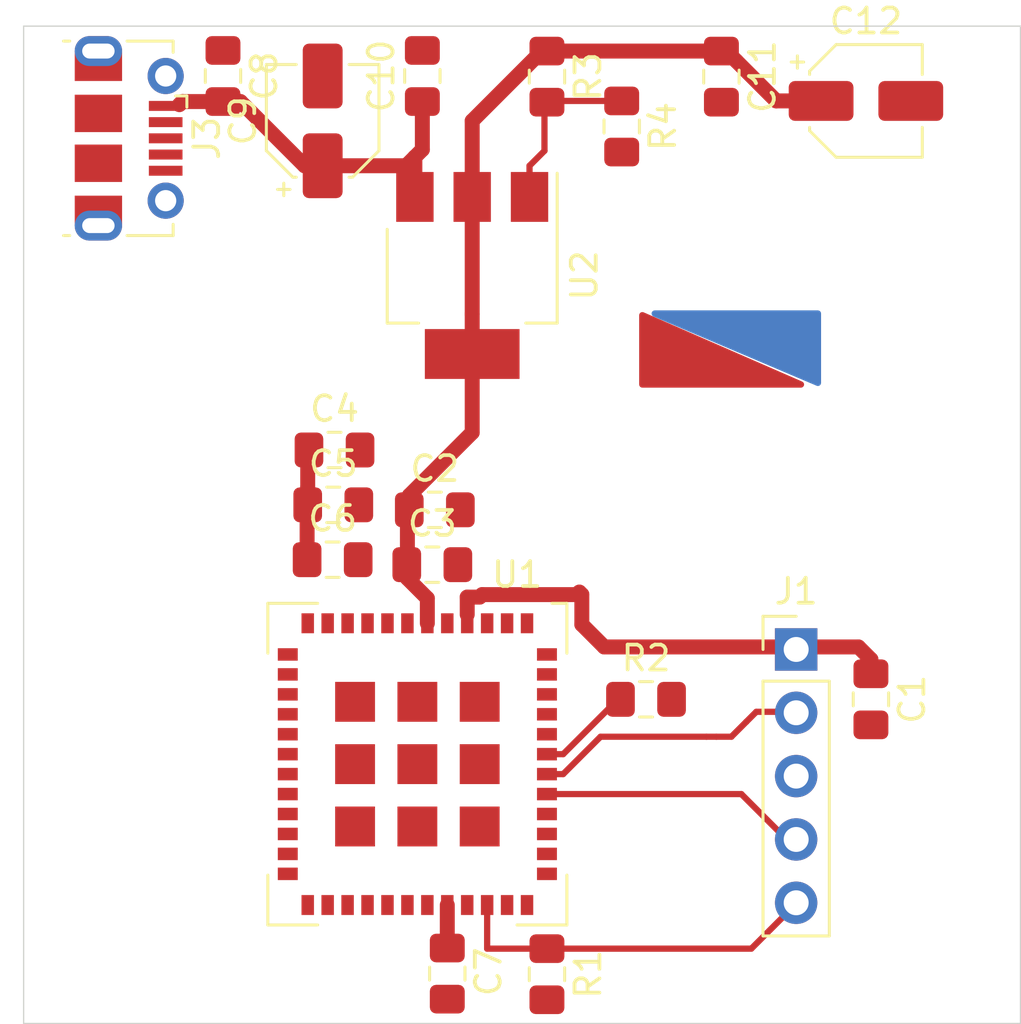
<source format=kicad_pcb>
(kicad_pcb (version 20171130) (host pcbnew "(5.1.5)-3")

  (general
    (thickness 1.6)
    (drawings 4)
    (tracks 64)
    (zones 0)
    (modules 20)
    (nets 47)
  )

  (page A4)
  (layers
    (0 F.Cu signal)
    (31 B.Cu signal)
    (32 B.Adhes user)
    (33 F.Adhes user)
    (34 B.Paste user)
    (35 F.Paste user)
    (36 B.SilkS user)
    (37 F.SilkS user)
    (38 B.Mask user)
    (39 F.Mask user)
    (40 Dwgs.User user)
    (41 Cmts.User user)
    (42 Eco1.User user)
    (43 Eco2.User user)
    (44 Edge.Cuts user)
    (45 Margin user)
    (46 B.CrtYd user)
    (47 F.CrtYd user)
    (48 B.Fab user)
    (49 F.Fab user)
  )

  (setup
    (last_trace_width 0.25)
    (trace_clearance 0.2)
    (zone_clearance 0.508)
    (zone_45_only no)
    (trace_min 0.15)
    (via_size 0.8)
    (via_drill 0.4)
    (via_min_size 0.4)
    (via_min_drill 0.3)
    (uvia_size 0.3)
    (uvia_drill 0.1)
    (uvias_allowed no)
    (uvia_min_size 0.2)
    (uvia_min_drill 0.1)
    (edge_width 0.05)
    (segment_width 0.2)
    (pcb_text_width 0.3)
    (pcb_text_size 1.5 1.5)
    (mod_edge_width 0.12)
    (mod_text_size 1 1)
    (mod_text_width 0.15)
    (pad_size 1.524 1.524)
    (pad_drill 0.762)
    (pad_to_mask_clearance 0.051)
    (solder_mask_min_width 0.25)
    (aux_axis_origin 0 0)
    (visible_elements 7FFFFFFF)
    (pcbplotparams
      (layerselection 0x010fc_ffffffff)
      (usegerberextensions false)
      (usegerberattributes false)
      (usegerberadvancedattributes false)
      (creategerberjobfile false)
      (excludeedgelayer true)
      (linewidth 0.100000)
      (plotframeref false)
      (viasonmask false)
      (mode 1)
      (useauxorigin false)
      (hpglpennumber 1)
      (hpglpenspeed 20)
      (hpglpendiameter 15.000000)
      (psnegative false)
      (psa4output false)
      (plotreference true)
      (plotvalue true)
      (plotinvisibletext false)
      (padsonsilk false)
      (subtractmaskfromsilk false)
      (outputformat 1)
      (mirror false)
      (drillshape 1)
      (scaleselection 1)
      (outputdirectory ""))
  )

  (net 0 "")
  (net 1 GND)
  (net 2 +3V3)
  (net 3 +5V)
  (net 4 "Net-(J1-Pad2)")
  (net 5 "Net-(J1-Pad4)")
  (net 6 "Net-(J1-Pad5)")
  (net 7 "Net-(J3-Pad2)")
  (net 8 "Net-(J3-Pad4)")
  (net 9 "Net-(J3-Pad3)")
  (net 10 "Net-(R2-Pad1)")
  (net 11 "Net-(R3-Pad2)")
  (net 12 "Net-(U1-Pad38)")
  (net 13 "Net-(U1-Pad26)")
  (net 14 "Net-(U1-Pad24)")
  (net 15 "Net-(U1-Pad23)")
  (net 16 "Net-(U1-Pad22)")
  (net 17 "Net-(U1-Pad21)")
  (net 18 "Net-(U1-Pad20)")
  (net 19 "Net-(U1-Pad19)")
  (net 20 "Net-(U1-Pad18)")
  (net 21 "Net-(U1-Pad17)")
  (net 22 "Net-(U1-Pad16)")
  (net 23 "Net-(U1-Pad15)")
  (net 24 "Net-(U1-Pad14)")
  (net 25 "Net-(U1-Pad13)")
  (net 26 "Net-(U1-Pad12)")
  (net 27 "Net-(U1-Pad40)")
  (net 28 "Net-(U1-Pad39)")
  (net 29 "Net-(U1-Pad37)")
  (net 30 "Net-(U1-Pad36)")
  (net 31 "Net-(U1-Pad35)")
  (net 32 "Net-(U1-Pad33)")
  (net 33 "Net-(U1-Pad31)")
  (net 34 "Net-(U1-Pad30)")
  (net 35 "Net-(U1-Pad29)")
  (net 36 "Net-(U1-Pad28)")
  (net 37 "Net-(U1-Pad11)")
  (net 38 "Net-(U1-Pad10)")
  (net 39 "Net-(U1-Pad9)")
  (net 40 "Net-(U1-Pad8)")
  (net 41 "Net-(U1-Pad2)")
  (net 42 "Net-(U1-Pad1)")
  (net 43 "Net-(U1-Pad45)")
  (net 44 "Net-(U1-Pad46)")
  (net 45 "Net-(U1-Pad47)")
  (net 46 "Net-(U1-Pad48)")

  (net_class Default "This is the default net class."
    (clearance 0.2)
    (trace_width 0.25)
    (via_dia 0.8)
    (via_drill 0.4)
    (uvia_dia 0.3)
    (uvia_drill 0.1)
    (add_net "Net-(J1-Pad2)")
    (add_net "Net-(J1-Pad4)")
    (add_net "Net-(J1-Pad5)")
    (add_net "Net-(J3-Pad2)")
    (add_net "Net-(J3-Pad3)")
    (add_net "Net-(J3-Pad4)")
    (add_net "Net-(R2-Pad1)")
    (add_net "Net-(R3-Pad2)")
    (add_net "Net-(U1-Pad1)")
    (add_net "Net-(U1-Pad10)")
    (add_net "Net-(U1-Pad11)")
    (add_net "Net-(U1-Pad12)")
    (add_net "Net-(U1-Pad13)")
    (add_net "Net-(U1-Pad14)")
    (add_net "Net-(U1-Pad15)")
    (add_net "Net-(U1-Pad16)")
    (add_net "Net-(U1-Pad17)")
    (add_net "Net-(U1-Pad18)")
    (add_net "Net-(U1-Pad19)")
    (add_net "Net-(U1-Pad2)")
    (add_net "Net-(U1-Pad20)")
    (add_net "Net-(U1-Pad21)")
    (add_net "Net-(U1-Pad22)")
    (add_net "Net-(U1-Pad23)")
    (add_net "Net-(U1-Pad24)")
    (add_net "Net-(U1-Pad26)")
    (add_net "Net-(U1-Pad28)")
    (add_net "Net-(U1-Pad29)")
    (add_net "Net-(U1-Pad30)")
    (add_net "Net-(U1-Pad31)")
    (add_net "Net-(U1-Pad33)")
    (add_net "Net-(U1-Pad35)")
    (add_net "Net-(U1-Pad36)")
    (add_net "Net-(U1-Pad37)")
    (add_net "Net-(U1-Pad38)")
    (add_net "Net-(U1-Pad39)")
    (add_net "Net-(U1-Pad40)")
    (add_net "Net-(U1-Pad45)")
    (add_net "Net-(U1-Pad46)")
    (add_net "Net-(U1-Pad47)")
    (add_net "Net-(U1-Pad48)")
    (add_net "Net-(U1-Pad8)")
    (add_net "Net-(U1-Pad9)")
  )

  (net_class Power ""
    (clearance 0.2)
    (trace_width 0.6)
    (via_dia 0.8)
    (via_drill 0.4)
    (uvia_dia 0.3)
    (uvia_drill 0.1)
    (add_net +3V3)
    (add_net +5V)
    (add_net GND)
  )

  (module Capacitor_SMD:C_0805_2012Metric_Pad1.15x1.40mm_HandSolder (layer F.Cu) (tedit 5B36C52B) (tstamp 5E2FFABD)
    (at 480 11 270)
    (descr "Capacitor SMD 0805 (2012 Metric), square (rectangular) end terminal, IPC_7351 nominal with elongated pad for handsoldering. (Body size source: https://docs.google.com/spreadsheets/d/1BsfQQcO9C6DZCsRaXUlFlo91Tg2WpOkGARC1WS5S8t0/edit?usp=sharing), generated with kicad-footprint-generator")
    (tags "capacitor handsolder")
    (path /5E324AB8)
    (attr smd)
    (fp_text reference C1 (at 0 -1.65 90) (layer F.SilkS)
      (effects (font (size 1 1) (thickness 0.15)))
    )
    (fp_text value 100nF (at 0 1.65 90) (layer F.Fab)
      (effects (font (size 1 1) (thickness 0.15)))
    )
    (fp_text user %R (at 0 0 90) (layer F.Fab)
      (effects (font (size 0.5 0.5) (thickness 0.08)))
    )
    (fp_line (start 1.85 0.95) (end -1.85 0.95) (layer F.CrtYd) (width 0.05))
    (fp_line (start 1.85 -0.95) (end 1.85 0.95) (layer F.CrtYd) (width 0.05))
    (fp_line (start -1.85 -0.95) (end 1.85 -0.95) (layer F.CrtYd) (width 0.05))
    (fp_line (start -1.85 0.95) (end -1.85 -0.95) (layer F.CrtYd) (width 0.05))
    (fp_line (start -0.261252 0.71) (end 0.261252 0.71) (layer F.SilkS) (width 0.12))
    (fp_line (start -0.261252 -0.71) (end 0.261252 -0.71) (layer F.SilkS) (width 0.12))
    (fp_line (start 1 0.6) (end -1 0.6) (layer F.Fab) (width 0.1))
    (fp_line (start 1 -0.6) (end 1 0.6) (layer F.Fab) (width 0.1))
    (fp_line (start -1 -0.6) (end 1 -0.6) (layer F.Fab) (width 0.1))
    (fp_line (start -1 0.6) (end -1 -0.6) (layer F.Fab) (width 0.1))
    (pad 2 smd roundrect (at 1.025 0 270) (size 1.15 1.4) (layers F.Cu F.Paste F.Mask) (roundrect_rratio 0.217391)
      (net 1 GND))
    (pad 1 smd roundrect (at -1.025 0 270) (size 1.15 1.4) (layers F.Cu F.Paste F.Mask) (roundrect_rratio 0.217391)
      (net 2 +3V3))
    (model ${KISYS3DMOD}/Capacitor_SMD.3dshapes/C_0805_2012Metric.wrl
      (at (xyz 0 0 0))
      (scale (xyz 1 1 1))
      (rotate (xyz 0 0 0))
    )
  )

  (module Capacitor_SMD:C_0805_2012Metric_Pad1.15x1.40mm_HandSolder (layer F.Cu) (tedit 5B36C52B) (tstamp 5E2FFACE)
    (at 462.5 3.4)
    (descr "Capacitor SMD 0805 (2012 Metric), square (rectangular) end terminal, IPC_7351 nominal with elongated pad for handsoldering. (Body size source: https://docs.google.com/spreadsheets/d/1BsfQQcO9C6DZCsRaXUlFlo91Tg2WpOkGARC1WS5S8t0/edit?usp=sharing), generated with kicad-footprint-generator")
    (tags "capacitor handsolder")
    (path /5E2CAED2)
    (attr smd)
    (fp_text reference C2 (at 0 -1.65) (layer F.SilkS)
      (effects (font (size 1 1) (thickness 0.15)))
    )
    (fp_text value 1uF (at 0 1.65) (layer F.Fab)
      (effects (font (size 1 1) (thickness 0.15)))
    )
    (fp_line (start -1 0.6) (end -1 -0.6) (layer F.Fab) (width 0.1))
    (fp_line (start -1 -0.6) (end 1 -0.6) (layer F.Fab) (width 0.1))
    (fp_line (start 1 -0.6) (end 1 0.6) (layer F.Fab) (width 0.1))
    (fp_line (start 1 0.6) (end -1 0.6) (layer F.Fab) (width 0.1))
    (fp_line (start -0.261252 -0.71) (end 0.261252 -0.71) (layer F.SilkS) (width 0.12))
    (fp_line (start -0.261252 0.71) (end 0.261252 0.71) (layer F.SilkS) (width 0.12))
    (fp_line (start -1.85 0.95) (end -1.85 -0.95) (layer F.CrtYd) (width 0.05))
    (fp_line (start -1.85 -0.95) (end 1.85 -0.95) (layer F.CrtYd) (width 0.05))
    (fp_line (start 1.85 -0.95) (end 1.85 0.95) (layer F.CrtYd) (width 0.05))
    (fp_line (start 1.85 0.95) (end -1.85 0.95) (layer F.CrtYd) (width 0.05))
    (fp_text user %R (at 0 0) (layer F.Fab)
      (effects (font (size 0.5 0.5) (thickness 0.08)))
    )
    (pad 1 smd roundrect (at -1.025 0) (size 1.15 1.4) (layers F.Cu F.Paste F.Mask) (roundrect_rratio 0.217391)
      (net 2 +3V3))
    (pad 2 smd roundrect (at 1.025 0) (size 1.15 1.4) (layers F.Cu F.Paste F.Mask) (roundrect_rratio 0.217391)
      (net 1 GND))
    (model ${KISYS3DMOD}/Capacitor_SMD.3dshapes/C_0805_2012Metric.wrl
      (at (xyz 0 0 0))
      (scale (xyz 1 1 1))
      (rotate (xyz 0 0 0))
    )
  )

  (module Capacitor_SMD:C_0805_2012Metric_Pad1.15x1.40mm_HandSolder (layer F.Cu) (tedit 5B36C52B) (tstamp 5E2FFADF)
    (at 462.4 5.6)
    (descr "Capacitor SMD 0805 (2012 Metric), square (rectangular) end terminal, IPC_7351 nominal with elongated pad for handsoldering. (Body size source: https://docs.google.com/spreadsheets/d/1BsfQQcO9C6DZCsRaXUlFlo91Tg2WpOkGARC1WS5S8t0/edit?usp=sharing), generated with kicad-footprint-generator")
    (tags "capacitor handsolder")
    (path /5E2C9042)
    (attr smd)
    (fp_text reference C3 (at 0 -1.65) (layer F.SilkS)
      (effects (font (size 1 1) (thickness 0.15)))
    )
    (fp_text value 0.1uF (at 0 1.65) (layer F.Fab)
      (effects (font (size 1 1) (thickness 0.15)))
    )
    (fp_text user %R (at 0 0) (layer F.Fab)
      (effects (font (size 0.5 0.5) (thickness 0.08)))
    )
    (fp_line (start 1.85 0.95) (end -1.85 0.95) (layer F.CrtYd) (width 0.05))
    (fp_line (start 1.85 -0.95) (end 1.85 0.95) (layer F.CrtYd) (width 0.05))
    (fp_line (start -1.85 -0.95) (end 1.85 -0.95) (layer F.CrtYd) (width 0.05))
    (fp_line (start -1.85 0.95) (end -1.85 -0.95) (layer F.CrtYd) (width 0.05))
    (fp_line (start -0.261252 0.71) (end 0.261252 0.71) (layer F.SilkS) (width 0.12))
    (fp_line (start -0.261252 -0.71) (end 0.261252 -0.71) (layer F.SilkS) (width 0.12))
    (fp_line (start 1 0.6) (end -1 0.6) (layer F.Fab) (width 0.1))
    (fp_line (start 1 -0.6) (end 1 0.6) (layer F.Fab) (width 0.1))
    (fp_line (start -1 -0.6) (end 1 -0.6) (layer F.Fab) (width 0.1))
    (fp_line (start -1 0.6) (end -1 -0.6) (layer F.Fab) (width 0.1))
    (pad 2 smd roundrect (at 1.025 0) (size 1.15 1.4) (layers F.Cu F.Paste F.Mask) (roundrect_rratio 0.217391)
      (net 1 GND))
    (pad 1 smd roundrect (at -1.025 0) (size 1.15 1.4) (layers F.Cu F.Paste F.Mask) (roundrect_rratio 0.217391)
      (net 2 +3V3))
    (model ${KISYS3DMOD}/Capacitor_SMD.3dshapes/C_0805_2012Metric.wrl
      (at (xyz 0 0 0))
      (scale (xyz 1 1 1))
      (rotate (xyz 0 0 0))
    )
  )

  (module Capacitor_SMD:C_0805_2012Metric_Pad1.15x1.40mm_HandSolder (layer F.Cu) (tedit 5B36C52B) (tstamp 5E2FFAF0)
    (at 458.475 1)
    (descr "Capacitor SMD 0805 (2012 Metric), square (rectangular) end terminal, IPC_7351 nominal with elongated pad for handsoldering. (Body size source: https://docs.google.com/spreadsheets/d/1BsfQQcO9C6DZCsRaXUlFlo91Tg2WpOkGARC1WS5S8t0/edit?usp=sharing), generated with kicad-footprint-generator")
    (tags "capacitor handsolder")
    (path /5E2C45DE)
    (attr smd)
    (fp_text reference C4 (at 0 -1.65) (layer F.SilkS)
      (effects (font (size 1 1) (thickness 0.15)))
    )
    (fp_text value 10uF (at 0 1.65) (layer F.Fab)
      (effects (font (size 1 1) (thickness 0.15)))
    )
    (fp_line (start -1 0.6) (end -1 -0.6) (layer F.Fab) (width 0.1))
    (fp_line (start -1 -0.6) (end 1 -0.6) (layer F.Fab) (width 0.1))
    (fp_line (start 1 -0.6) (end 1 0.6) (layer F.Fab) (width 0.1))
    (fp_line (start 1 0.6) (end -1 0.6) (layer F.Fab) (width 0.1))
    (fp_line (start -0.261252 -0.71) (end 0.261252 -0.71) (layer F.SilkS) (width 0.12))
    (fp_line (start -0.261252 0.71) (end 0.261252 0.71) (layer F.SilkS) (width 0.12))
    (fp_line (start -1.85 0.95) (end -1.85 -0.95) (layer F.CrtYd) (width 0.05))
    (fp_line (start -1.85 -0.95) (end 1.85 -0.95) (layer F.CrtYd) (width 0.05))
    (fp_line (start 1.85 -0.95) (end 1.85 0.95) (layer F.CrtYd) (width 0.05))
    (fp_line (start 1.85 0.95) (end -1.85 0.95) (layer F.CrtYd) (width 0.05))
    (fp_text user %R (at 0 0) (layer F.Fab)
      (effects (font (size 0.5 0.5) (thickness 0.08)))
    )
    (pad 1 smd roundrect (at -1.025 0) (size 1.15 1.4) (layers F.Cu F.Paste F.Mask) (roundrect_rratio 0.217391)
      (net 2 +3V3))
    (pad 2 smd roundrect (at 1.025 0) (size 1.15 1.4) (layers F.Cu F.Paste F.Mask) (roundrect_rratio 0.217391)
      (net 1 GND))
    (model ${KISYS3DMOD}/Capacitor_SMD.3dshapes/C_0805_2012Metric.wrl
      (at (xyz 0 0 0))
      (scale (xyz 1 1 1))
      (rotate (xyz 0 0 0))
    )
  )

  (module Capacitor_SMD:C_0805_2012Metric_Pad1.15x1.40mm_HandSolder (layer F.Cu) (tedit 5B36C52B) (tstamp 5E2FFB01)
    (at 458.425 3.2)
    (descr "Capacitor SMD 0805 (2012 Metric), square (rectangular) end terminal, IPC_7351 nominal with elongated pad for handsoldering. (Body size source: https://docs.google.com/spreadsheets/d/1BsfQQcO9C6DZCsRaXUlFlo91Tg2WpOkGARC1WS5S8t0/edit?usp=sharing), generated with kicad-footprint-generator")
    (tags "capacitor handsolder")
    (path /5E2C3D1B)
    (attr smd)
    (fp_text reference C5 (at 0 -1.65) (layer F.SilkS)
      (effects (font (size 1 1) (thickness 0.15)))
    )
    (fp_text value 1uF (at 0 1.65) (layer F.Fab)
      (effects (font (size 1 1) (thickness 0.15)))
    )
    (fp_text user %R (at 0 0) (layer F.Fab)
      (effects (font (size 0.5 0.5) (thickness 0.08)))
    )
    (fp_line (start 1.85 0.95) (end -1.85 0.95) (layer F.CrtYd) (width 0.05))
    (fp_line (start 1.85 -0.95) (end 1.85 0.95) (layer F.CrtYd) (width 0.05))
    (fp_line (start -1.85 -0.95) (end 1.85 -0.95) (layer F.CrtYd) (width 0.05))
    (fp_line (start -1.85 0.95) (end -1.85 -0.95) (layer F.CrtYd) (width 0.05))
    (fp_line (start -0.261252 0.71) (end 0.261252 0.71) (layer F.SilkS) (width 0.12))
    (fp_line (start -0.261252 -0.71) (end 0.261252 -0.71) (layer F.SilkS) (width 0.12))
    (fp_line (start 1 0.6) (end -1 0.6) (layer F.Fab) (width 0.1))
    (fp_line (start 1 -0.6) (end 1 0.6) (layer F.Fab) (width 0.1))
    (fp_line (start -1 -0.6) (end 1 -0.6) (layer F.Fab) (width 0.1))
    (fp_line (start -1 0.6) (end -1 -0.6) (layer F.Fab) (width 0.1))
    (pad 2 smd roundrect (at 1.025 0) (size 1.15 1.4) (layers F.Cu F.Paste F.Mask) (roundrect_rratio 0.217391)
      (net 1 GND))
    (pad 1 smd roundrect (at -1.025 0) (size 1.15 1.4) (layers F.Cu F.Paste F.Mask) (roundrect_rratio 0.217391)
      (net 2 +3V3))
    (model ${KISYS3DMOD}/Capacitor_SMD.3dshapes/C_0805_2012Metric.wrl
      (at (xyz 0 0 0))
      (scale (xyz 1 1 1))
      (rotate (xyz 0 0 0))
    )
  )

  (module Capacitor_SMD:C_0805_2012Metric_Pad1.15x1.40mm_HandSolder (layer F.Cu) (tedit 5B36C52B) (tstamp 5E2FFB12)
    (at 458.4 5.4)
    (descr "Capacitor SMD 0805 (2012 Metric), square (rectangular) end terminal, IPC_7351 nominal with elongated pad for handsoldering. (Body size source: https://docs.google.com/spreadsheets/d/1BsfQQcO9C6DZCsRaXUlFlo91Tg2WpOkGARC1WS5S8t0/edit?usp=sharing), generated with kicad-footprint-generator")
    (tags "capacitor handsolder")
    (path /5E2BB6B6)
    (attr smd)
    (fp_text reference C6 (at 0 -1.65) (layer F.SilkS)
      (effects (font (size 1 1) (thickness 0.15)))
    )
    (fp_text value 0.1uF (at 0 1.65) (layer F.Fab)
      (effects (font (size 1 1) (thickness 0.15)))
    )
    (fp_text user %R (at 0 0) (layer F.Fab)
      (effects (font (size 0.5 0.5) (thickness 0.08)))
    )
    (fp_line (start 1.85 0.95) (end -1.85 0.95) (layer F.CrtYd) (width 0.05))
    (fp_line (start 1.85 -0.95) (end 1.85 0.95) (layer F.CrtYd) (width 0.05))
    (fp_line (start -1.85 -0.95) (end 1.85 -0.95) (layer F.CrtYd) (width 0.05))
    (fp_line (start -1.85 0.95) (end -1.85 -0.95) (layer F.CrtYd) (width 0.05))
    (fp_line (start -0.261252 0.71) (end 0.261252 0.71) (layer F.SilkS) (width 0.12))
    (fp_line (start -0.261252 -0.71) (end 0.261252 -0.71) (layer F.SilkS) (width 0.12))
    (fp_line (start 1 0.6) (end -1 0.6) (layer F.Fab) (width 0.1))
    (fp_line (start 1 -0.6) (end 1 0.6) (layer F.Fab) (width 0.1))
    (fp_line (start -1 -0.6) (end 1 -0.6) (layer F.Fab) (width 0.1))
    (fp_line (start -1 0.6) (end -1 -0.6) (layer F.Fab) (width 0.1))
    (pad 2 smd roundrect (at 1.025 0) (size 1.15 1.4) (layers F.Cu F.Paste F.Mask) (roundrect_rratio 0.217391)
      (net 1 GND))
    (pad 1 smd roundrect (at -1.025 0) (size 1.15 1.4) (layers F.Cu F.Paste F.Mask) (roundrect_rratio 0.217391)
      (net 2 +3V3))
    (model ${KISYS3DMOD}/Capacitor_SMD.3dshapes/C_0805_2012Metric.wrl
      (at (xyz 0 0 0))
      (scale (xyz 1 1 1))
      (rotate (xyz 0 0 0))
    )
  )

  (module Capacitor_SMD:C_0805_2012Metric_Pad1.15x1.40mm_HandSolder (layer F.Cu) (tedit 5B36C52B) (tstamp 5E2FFB23)
    (at 463 22 270)
    (descr "Capacitor SMD 0805 (2012 Metric), square (rectangular) end terminal, IPC_7351 nominal with elongated pad for handsoldering. (Body size source: https://docs.google.com/spreadsheets/d/1BsfQQcO9C6DZCsRaXUlFlo91Tg2WpOkGARC1WS5S8t0/edit?usp=sharing), generated with kicad-footprint-generator")
    (tags "capacitor handsolder")
    (path /5E2CF272)
    (attr smd)
    (fp_text reference C7 (at -0.075001 -1.65 90) (layer F.SilkS)
      (effects (font (size 1 1) (thickness 0.15)))
    )
    (fp_text value 1uF (at 0 1.65 90) (layer F.Fab)
      (effects (font (size 1 1) (thickness 0.15)))
    )
    (fp_line (start -1 0.6) (end -1 -0.6) (layer F.Fab) (width 0.1))
    (fp_line (start -1 -0.6) (end 1 -0.6) (layer F.Fab) (width 0.1))
    (fp_line (start 1 -0.6) (end 1 0.6) (layer F.Fab) (width 0.1))
    (fp_line (start 1 0.6) (end -1 0.6) (layer F.Fab) (width 0.1))
    (fp_line (start -0.261252 -0.71) (end 0.261252 -0.71) (layer F.SilkS) (width 0.12))
    (fp_line (start -0.261252 0.71) (end 0.261252 0.71) (layer F.SilkS) (width 0.12))
    (fp_line (start -1.85 0.95) (end -1.85 -0.95) (layer F.CrtYd) (width 0.05))
    (fp_line (start -1.85 -0.95) (end 1.85 -0.95) (layer F.CrtYd) (width 0.05))
    (fp_line (start 1.85 -0.95) (end 1.85 0.95) (layer F.CrtYd) (width 0.05))
    (fp_line (start 1.85 0.95) (end -1.85 0.95) (layer F.CrtYd) (width 0.05))
    (fp_text user %R (at 0 0 90) (layer F.Fab)
      (effects (font (size 0.5 0.5) (thickness 0.08)))
    )
    (pad 1 smd roundrect (at -1.025 0 270) (size 1.15 1.4) (layers F.Cu F.Paste F.Mask) (roundrect_rratio 0.217391)
      (net 2 +3V3))
    (pad 2 smd roundrect (at 1.025 0 270) (size 1.15 1.4) (layers F.Cu F.Paste F.Mask) (roundrect_rratio 0.217391)
      (net 1 GND))
    (model ${KISYS3DMOD}/Capacitor_SMD.3dshapes/C_0805_2012Metric.wrl
      (at (xyz 0 0 0))
      (scale (xyz 1 1 1))
      (rotate (xyz 0 0 0))
    )
  )

  (module Capacitor_SMD:C_0805_2012Metric_Pad1.15x1.40mm_HandSolder (layer F.Cu) (tedit 5B36C52B) (tstamp 5E2FFB34)
    (at 454 -14 270)
    (descr "Capacitor SMD 0805 (2012 Metric), square (rectangular) end terminal, IPC_7351 nominal with elongated pad for handsoldering. (Body size source: https://docs.google.com/spreadsheets/d/1BsfQQcO9C6DZCsRaXUlFlo91Tg2WpOkGARC1WS5S8t0/edit?usp=sharing), generated with kicad-footprint-generator")
    (tags "capacitor handsolder")
    (path /5E34AECF)
    (attr smd)
    (fp_text reference C8 (at 0 -1.65 90) (layer F.SilkS)
      (effects (font (size 1 1) (thickness 0.15)))
    )
    (fp_text value 100nF (at 0 1.65 90) (layer F.Fab)
      (effects (font (size 1 1) (thickness 0.15)))
    )
    (fp_line (start -1 0.6) (end -1 -0.6) (layer F.Fab) (width 0.1))
    (fp_line (start -1 -0.6) (end 1 -0.6) (layer F.Fab) (width 0.1))
    (fp_line (start 1 -0.6) (end 1 0.6) (layer F.Fab) (width 0.1))
    (fp_line (start 1 0.6) (end -1 0.6) (layer F.Fab) (width 0.1))
    (fp_line (start -0.261252 -0.71) (end 0.261252 -0.71) (layer F.SilkS) (width 0.12))
    (fp_line (start -0.261252 0.71) (end 0.261252 0.71) (layer F.SilkS) (width 0.12))
    (fp_line (start -1.85 0.95) (end -1.85 -0.95) (layer F.CrtYd) (width 0.05))
    (fp_line (start -1.85 -0.95) (end 1.85 -0.95) (layer F.CrtYd) (width 0.05))
    (fp_line (start 1.85 -0.95) (end 1.85 0.95) (layer F.CrtYd) (width 0.05))
    (fp_line (start 1.85 0.95) (end -1.85 0.95) (layer F.CrtYd) (width 0.05))
    (fp_text user %R (at 0 0 90) (layer F.Fab)
      (effects (font (size 0.5 0.5) (thickness 0.08)))
    )
    (pad 1 smd roundrect (at -1.025 0 270) (size 1.15 1.4) (layers F.Cu F.Paste F.Mask) (roundrect_rratio 0.217391)
      (net 1 GND))
    (pad 2 smd roundrect (at 1.025 0 270) (size 1.15 1.4) (layers F.Cu F.Paste F.Mask) (roundrect_rratio 0.217391)
      (net 3 +5V))
    (model ${KISYS3DMOD}/Capacitor_SMD.3dshapes/C_0805_2012Metric.wrl
      (at (xyz 0 0 0))
      (scale (xyz 1 1 1))
      (rotate (xyz 0 0 0))
    )
  )

  (module Capacitor_SMD:CP_Elec_4x4.5 (layer F.Cu) (tedit 5BCA39CF) (tstamp 5E2FFB5C)
    (at 458 -12.2 90)
    (descr "SMD capacitor, aluminum electrolytic, Nichicon, 4.0x4.5mm")
    (tags "capacitor electrolytic")
    (path /5E34AAD5)
    (attr smd)
    (fp_text reference C9 (at 0 -3.2 90) (layer F.SilkS)
      (effects (font (size 1 1) (thickness 0.15)))
    )
    (fp_text value 10uF (at 0 3.2 90) (layer F.Fab)
      (effects (font (size 1 1) (thickness 0.15)))
    )
    (fp_text user %R (at 0 0 90) (layer F.Fab)
      (effects (font (size 0.8 0.8) (thickness 0.12)))
    )
    (fp_line (start -3.35 1.05) (end -2.4 1.05) (layer F.CrtYd) (width 0.05))
    (fp_line (start -3.35 -1.05) (end -3.35 1.05) (layer F.CrtYd) (width 0.05))
    (fp_line (start -2.4 -1.05) (end -3.35 -1.05) (layer F.CrtYd) (width 0.05))
    (fp_line (start -2.4 1.05) (end -2.4 1.25) (layer F.CrtYd) (width 0.05))
    (fp_line (start -2.4 -1.25) (end -2.4 -1.05) (layer F.CrtYd) (width 0.05))
    (fp_line (start -2.4 -1.25) (end -1.25 -2.4) (layer F.CrtYd) (width 0.05))
    (fp_line (start -2.4 1.25) (end -1.25 2.4) (layer F.CrtYd) (width 0.05))
    (fp_line (start -1.25 -2.4) (end 2.4 -2.4) (layer F.CrtYd) (width 0.05))
    (fp_line (start -1.25 2.4) (end 2.4 2.4) (layer F.CrtYd) (width 0.05))
    (fp_line (start 2.4 1.05) (end 2.4 2.4) (layer F.CrtYd) (width 0.05))
    (fp_line (start 3.35 1.05) (end 2.4 1.05) (layer F.CrtYd) (width 0.05))
    (fp_line (start 3.35 -1.05) (end 3.35 1.05) (layer F.CrtYd) (width 0.05))
    (fp_line (start 2.4 -1.05) (end 3.35 -1.05) (layer F.CrtYd) (width 0.05))
    (fp_line (start 2.4 -2.4) (end 2.4 -1.05) (layer F.CrtYd) (width 0.05))
    (fp_line (start -2.75 -1.81) (end -2.75 -1.31) (layer F.SilkS) (width 0.12))
    (fp_line (start -3 -1.56) (end -2.5 -1.56) (layer F.SilkS) (width 0.12))
    (fp_line (start -2.26 1.195563) (end -1.195563 2.26) (layer F.SilkS) (width 0.12))
    (fp_line (start -2.26 -1.195563) (end -1.195563 -2.26) (layer F.SilkS) (width 0.12))
    (fp_line (start -2.26 -1.195563) (end -2.26 -1.06) (layer F.SilkS) (width 0.12))
    (fp_line (start -2.26 1.195563) (end -2.26 1.06) (layer F.SilkS) (width 0.12))
    (fp_line (start -1.195563 2.26) (end 2.26 2.26) (layer F.SilkS) (width 0.12))
    (fp_line (start -1.195563 -2.26) (end 2.26 -2.26) (layer F.SilkS) (width 0.12))
    (fp_line (start 2.26 -2.26) (end 2.26 -1.06) (layer F.SilkS) (width 0.12))
    (fp_line (start 2.26 2.26) (end 2.26 1.06) (layer F.SilkS) (width 0.12))
    (fp_line (start -1.374773 -1.2) (end -1.374773 -0.8) (layer F.Fab) (width 0.1))
    (fp_line (start -1.574773 -1) (end -1.174773 -1) (layer F.Fab) (width 0.1))
    (fp_line (start -2.15 1.15) (end -1.15 2.15) (layer F.Fab) (width 0.1))
    (fp_line (start -2.15 -1.15) (end -1.15 -2.15) (layer F.Fab) (width 0.1))
    (fp_line (start -2.15 -1.15) (end -2.15 1.15) (layer F.Fab) (width 0.1))
    (fp_line (start -1.15 2.15) (end 2.15 2.15) (layer F.Fab) (width 0.1))
    (fp_line (start -1.15 -2.15) (end 2.15 -2.15) (layer F.Fab) (width 0.1))
    (fp_line (start 2.15 -2.15) (end 2.15 2.15) (layer F.Fab) (width 0.1))
    (fp_circle (center 0 0) (end 2 0) (layer F.Fab) (width 0.1))
    (pad 2 smd roundrect (at 1.8 0 90) (size 2.6 1.6) (layers F.Cu F.Paste F.Mask) (roundrect_rratio 0.15625)
      (net 1 GND))
    (pad 1 smd roundrect (at -1.8 0 90) (size 2.6 1.6) (layers F.Cu F.Paste F.Mask) (roundrect_rratio 0.15625)
      (net 3 +5V))
    (model ${KISYS3DMOD}/Capacitor_SMD.3dshapes/CP_Elec_4x4.5.wrl
      (at (xyz 0 0 0))
      (scale (xyz 1 1 1))
      (rotate (xyz 0 0 0))
    )
  )

  (module Capacitor_SMD:C_0805_2012Metric_Pad1.15x1.40mm_HandSolder (layer F.Cu) (tedit 5B36C52B) (tstamp 5E2FFB6D)
    (at 462 -14 90)
    (descr "Capacitor SMD 0805 (2012 Metric), square (rectangular) end terminal, IPC_7351 nominal with elongated pad for handsoldering. (Body size source: https://docs.google.com/spreadsheets/d/1BsfQQcO9C6DZCsRaXUlFlo91Tg2WpOkGARC1WS5S8t0/edit?usp=sharing), generated with kicad-footprint-generator")
    (tags "capacitor handsolder")
    (path /5E349EA6)
    (attr smd)
    (fp_text reference C10 (at 0 -1.65 90) (layer F.SilkS)
      (effects (font (size 1 1) (thickness 0.15)))
    )
    (fp_text value 100nF (at 0 1.65 90) (layer F.Fab)
      (effects (font (size 1 1) (thickness 0.15)))
    )
    (fp_text user %R (at 0 0 90) (layer F.Fab)
      (effects (font (size 0.5 0.5) (thickness 0.08)))
    )
    (fp_line (start 1.85 0.95) (end -1.85 0.95) (layer F.CrtYd) (width 0.05))
    (fp_line (start 1.85 -0.95) (end 1.85 0.95) (layer F.CrtYd) (width 0.05))
    (fp_line (start -1.85 -0.95) (end 1.85 -0.95) (layer F.CrtYd) (width 0.05))
    (fp_line (start -1.85 0.95) (end -1.85 -0.95) (layer F.CrtYd) (width 0.05))
    (fp_line (start -0.261252 0.71) (end 0.261252 0.71) (layer F.SilkS) (width 0.12))
    (fp_line (start -0.261252 -0.71) (end 0.261252 -0.71) (layer F.SilkS) (width 0.12))
    (fp_line (start 1 0.6) (end -1 0.6) (layer F.Fab) (width 0.1))
    (fp_line (start 1 -0.6) (end 1 0.6) (layer F.Fab) (width 0.1))
    (fp_line (start -1 -0.6) (end 1 -0.6) (layer F.Fab) (width 0.1))
    (fp_line (start -1 0.6) (end -1 -0.6) (layer F.Fab) (width 0.1))
    (pad 2 smd roundrect (at 1.025 0 90) (size 1.15 1.4) (layers F.Cu F.Paste F.Mask) (roundrect_rratio 0.217391)
      (net 1 GND))
    (pad 1 smd roundrect (at -1.025 0 90) (size 1.15 1.4) (layers F.Cu F.Paste F.Mask) (roundrect_rratio 0.217391)
      (net 3 +5V))
    (model ${KISYS3DMOD}/Capacitor_SMD.3dshapes/C_0805_2012Metric.wrl
      (at (xyz 0 0 0))
      (scale (xyz 1 1 1))
      (rotate (xyz 0 0 0))
    )
  )

  (module Capacitor_SMD:C_0805_2012Metric_Pad1.15x1.40mm_HandSolder (layer F.Cu) (tedit 5B36C52B) (tstamp 5E2FFB7E)
    (at 474 -13.975 270)
    (descr "Capacitor SMD 0805 (2012 Metric), square (rectangular) end terminal, IPC_7351 nominal with elongated pad for handsoldering. (Body size source: https://docs.google.com/spreadsheets/d/1BsfQQcO9C6DZCsRaXUlFlo91Tg2WpOkGARC1WS5S8t0/edit?usp=sharing), generated with kicad-footprint-generator")
    (tags "capacitor handsolder")
    (path /5E348D4F)
    (attr smd)
    (fp_text reference C11 (at 0 -1.65 90) (layer F.SilkS)
      (effects (font (size 1 1) (thickness 0.15)))
    )
    (fp_text value 100nF (at 0 1.65 90) (layer F.Fab)
      (effects (font (size 1 1) (thickness 0.15)))
    )
    (fp_line (start -1 0.6) (end -1 -0.6) (layer F.Fab) (width 0.1))
    (fp_line (start -1 -0.6) (end 1 -0.6) (layer F.Fab) (width 0.1))
    (fp_line (start 1 -0.6) (end 1 0.6) (layer F.Fab) (width 0.1))
    (fp_line (start 1 0.6) (end -1 0.6) (layer F.Fab) (width 0.1))
    (fp_line (start -0.261252 -0.71) (end 0.261252 -0.71) (layer F.SilkS) (width 0.12))
    (fp_line (start -0.261252 0.71) (end 0.261252 0.71) (layer F.SilkS) (width 0.12))
    (fp_line (start -1.85 0.95) (end -1.85 -0.95) (layer F.CrtYd) (width 0.05))
    (fp_line (start -1.85 -0.95) (end 1.85 -0.95) (layer F.CrtYd) (width 0.05))
    (fp_line (start 1.85 -0.95) (end 1.85 0.95) (layer F.CrtYd) (width 0.05))
    (fp_line (start 1.85 0.95) (end -1.85 0.95) (layer F.CrtYd) (width 0.05))
    (fp_text user %R (at 0 0 90) (layer F.Fab)
      (effects (font (size 0.5 0.5) (thickness 0.08)))
    )
    (pad 1 smd roundrect (at -1.025 0 270) (size 1.15 1.4) (layers F.Cu F.Paste F.Mask) (roundrect_rratio 0.217391)
      (net 2 +3V3))
    (pad 2 smd roundrect (at 1.025 0 270) (size 1.15 1.4) (layers F.Cu F.Paste F.Mask) (roundrect_rratio 0.217391)
      (net 1 GND))
    (model ${KISYS3DMOD}/Capacitor_SMD.3dshapes/C_0805_2012Metric.wrl
      (at (xyz 0 0 0))
      (scale (xyz 1 1 1))
      (rotate (xyz 0 0 0))
    )
  )

  (module Capacitor_SMD:CP_Elec_4x4.5 (layer F.Cu) (tedit 5BCA39CF) (tstamp 5E2FFBA6)
    (at 479.8 -13)
    (descr "SMD capacitor, aluminum electrolytic, Nichicon, 4.0x4.5mm")
    (tags "capacitor electrolytic")
    (path /5E349B34)
    (attr smd)
    (fp_text reference C12 (at 0 -3.2) (layer F.SilkS)
      (effects (font (size 1 1) (thickness 0.15)))
    )
    (fp_text value 10uF (at 0 3.2) (layer F.Fab)
      (effects (font (size 1 1) (thickness 0.15)))
    )
    (fp_circle (center 0 0) (end 2 0) (layer F.Fab) (width 0.1))
    (fp_line (start 2.15 -2.15) (end 2.15 2.15) (layer F.Fab) (width 0.1))
    (fp_line (start -1.15 -2.15) (end 2.15 -2.15) (layer F.Fab) (width 0.1))
    (fp_line (start -1.15 2.15) (end 2.15 2.15) (layer F.Fab) (width 0.1))
    (fp_line (start -2.15 -1.15) (end -2.15 1.15) (layer F.Fab) (width 0.1))
    (fp_line (start -2.15 -1.15) (end -1.15 -2.15) (layer F.Fab) (width 0.1))
    (fp_line (start -2.15 1.15) (end -1.15 2.15) (layer F.Fab) (width 0.1))
    (fp_line (start -1.574773 -1) (end -1.174773 -1) (layer F.Fab) (width 0.1))
    (fp_line (start -1.374773 -1.2) (end -1.374773 -0.8) (layer F.Fab) (width 0.1))
    (fp_line (start 2.26 2.26) (end 2.26 1.06) (layer F.SilkS) (width 0.12))
    (fp_line (start 2.26 -2.26) (end 2.26 -1.06) (layer F.SilkS) (width 0.12))
    (fp_line (start -1.195563 -2.26) (end 2.26 -2.26) (layer F.SilkS) (width 0.12))
    (fp_line (start -1.195563 2.26) (end 2.26 2.26) (layer F.SilkS) (width 0.12))
    (fp_line (start -2.26 1.195563) (end -2.26 1.06) (layer F.SilkS) (width 0.12))
    (fp_line (start -2.26 -1.195563) (end -2.26 -1.06) (layer F.SilkS) (width 0.12))
    (fp_line (start -2.26 -1.195563) (end -1.195563 -2.26) (layer F.SilkS) (width 0.12))
    (fp_line (start -2.26 1.195563) (end -1.195563 2.26) (layer F.SilkS) (width 0.12))
    (fp_line (start -3 -1.56) (end -2.5 -1.56) (layer F.SilkS) (width 0.12))
    (fp_line (start -2.75 -1.81) (end -2.75 -1.31) (layer F.SilkS) (width 0.12))
    (fp_line (start 2.4 -2.4) (end 2.4 -1.05) (layer F.CrtYd) (width 0.05))
    (fp_line (start 2.4 -1.05) (end 3.35 -1.05) (layer F.CrtYd) (width 0.05))
    (fp_line (start 3.35 -1.05) (end 3.35 1.05) (layer F.CrtYd) (width 0.05))
    (fp_line (start 3.35 1.05) (end 2.4 1.05) (layer F.CrtYd) (width 0.05))
    (fp_line (start 2.4 1.05) (end 2.4 2.4) (layer F.CrtYd) (width 0.05))
    (fp_line (start -1.25 2.4) (end 2.4 2.4) (layer F.CrtYd) (width 0.05))
    (fp_line (start -1.25 -2.4) (end 2.4 -2.4) (layer F.CrtYd) (width 0.05))
    (fp_line (start -2.4 1.25) (end -1.25 2.4) (layer F.CrtYd) (width 0.05))
    (fp_line (start -2.4 -1.25) (end -1.25 -2.4) (layer F.CrtYd) (width 0.05))
    (fp_line (start -2.4 -1.25) (end -2.4 -1.05) (layer F.CrtYd) (width 0.05))
    (fp_line (start -2.4 1.05) (end -2.4 1.25) (layer F.CrtYd) (width 0.05))
    (fp_line (start -2.4 -1.05) (end -3.35 -1.05) (layer F.CrtYd) (width 0.05))
    (fp_line (start -3.35 -1.05) (end -3.35 1.05) (layer F.CrtYd) (width 0.05))
    (fp_line (start -3.35 1.05) (end -2.4 1.05) (layer F.CrtYd) (width 0.05))
    (fp_text user %R (at 0 0) (layer F.Fab)
      (effects (font (size 0.8 0.8) (thickness 0.12)))
    )
    (pad 1 smd roundrect (at -1.8 0) (size 2.6 1.6) (layers F.Cu F.Paste F.Mask) (roundrect_rratio 0.15625)
      (net 2 +3V3))
    (pad 2 smd roundrect (at 1.8 0) (size 2.6 1.6) (layers F.Cu F.Paste F.Mask) (roundrect_rratio 0.15625)
      (net 1 GND))
    (model ${KISYS3DMOD}/Capacitor_SMD.3dshapes/CP_Elec_4x4.5.wrl
      (at (xyz 0 0 0))
      (scale (xyz 1 1 1))
      (rotate (xyz 0 0 0))
    )
  )

  (module Connector_PinHeader_2.54mm:PinHeader_1x05_P2.54mm_Vertical (layer F.Cu) (tedit 59FED5CC) (tstamp 5E2FFBBF)
    (at 477 9)
    (descr "Through hole straight pin header, 1x05, 2.54mm pitch, single row")
    (tags "Through hole pin header THT 1x05 2.54mm single row")
    (path /5E2FC0FF)
    (fp_text reference J1 (at 0 -2.33) (layer F.SilkS)
      (effects (font (size 1 1) (thickness 0.15)))
    )
    (fp_text value Conn_01x05_Male (at 0 12.49) (layer F.Fab)
      (effects (font (size 1 1) (thickness 0.15)))
    )
    (fp_line (start -0.635 -1.27) (end 1.27 -1.27) (layer F.Fab) (width 0.1))
    (fp_line (start 1.27 -1.27) (end 1.27 11.43) (layer F.Fab) (width 0.1))
    (fp_line (start 1.27 11.43) (end -1.27 11.43) (layer F.Fab) (width 0.1))
    (fp_line (start -1.27 11.43) (end -1.27 -0.635) (layer F.Fab) (width 0.1))
    (fp_line (start -1.27 -0.635) (end -0.635 -1.27) (layer F.Fab) (width 0.1))
    (fp_line (start -1.33 11.49) (end 1.33 11.49) (layer F.SilkS) (width 0.12))
    (fp_line (start -1.33 1.27) (end -1.33 11.49) (layer F.SilkS) (width 0.12))
    (fp_line (start 1.33 1.27) (end 1.33 11.49) (layer F.SilkS) (width 0.12))
    (fp_line (start -1.33 1.27) (end 1.33 1.27) (layer F.SilkS) (width 0.12))
    (fp_line (start -1.33 0) (end -1.33 -1.33) (layer F.SilkS) (width 0.12))
    (fp_line (start -1.33 -1.33) (end 0 -1.33) (layer F.SilkS) (width 0.12))
    (fp_line (start -1.8 -1.8) (end -1.8 11.95) (layer F.CrtYd) (width 0.05))
    (fp_line (start -1.8 11.95) (end 1.8 11.95) (layer F.CrtYd) (width 0.05))
    (fp_line (start 1.8 11.95) (end 1.8 -1.8) (layer F.CrtYd) (width 0.05))
    (fp_line (start 1.8 -1.8) (end -1.8 -1.8) (layer F.CrtYd) (width 0.05))
    (fp_text user %R (at 0 5.08 90) (layer F.Fab)
      (effects (font (size 1 1) (thickness 0.15)))
    )
    (pad 1 thru_hole rect (at 0 0) (size 1.7 1.7) (drill 1) (layers *.Cu *.Mask)
      (net 2 +3V3))
    (pad 2 thru_hole oval (at 0 2.54) (size 1.7 1.7) (drill 1) (layers *.Cu *.Mask)
      (net 4 "Net-(J1-Pad2)"))
    (pad 3 thru_hole oval (at 0 5.08) (size 1.7 1.7) (drill 1) (layers *.Cu *.Mask)
      (net 1 GND))
    (pad 4 thru_hole oval (at 0 7.62) (size 1.7 1.7) (drill 1) (layers *.Cu *.Mask)
      (net 5 "Net-(J1-Pad4)"))
    (pad 5 thru_hole oval (at 0 10.16) (size 1.7 1.7) (drill 1) (layers *.Cu *.Mask)
      (net 6 "Net-(J1-Pad5)"))
    (model ${KISYS3DMOD}/Connector_PinHeader_2.54mm.3dshapes/PinHeader_1x05_P2.54mm_Vertical.wrl
      (at (xyz 0 0 0))
      (scale (xyz 1 1 1))
      (rotate (xyz 0 0 0))
    )
  )

  (module Connector_USB:USB_Micro-B_Molex-105017-0001 (layer F.Cu) (tedit 5A1DC0BE) (tstamp 5E2FFBE8)
    (at 450.2375 -11.5 270)
    (descr http://www.molex.com/pdm_docs/sd/1050170001_sd.pdf)
    (tags "Micro-USB SMD Typ-B")
    (path /5E383C06)
    (attr smd)
    (fp_text reference J3 (at 0 -3.1125 90) (layer F.SilkS)
      (effects (font (size 1 1) (thickness 0.15)))
    )
    (fp_text value USB_OTG (at 0.3 4.3375 90) (layer F.Fab)
      (effects (font (size 1 1) (thickness 0.15)))
    )
    (fp_text user "PCB Edge" (at 0 2.6875 90) (layer Dwgs.User)
      (effects (font (size 0.5 0.5) (thickness 0.08)))
    )
    (fp_text user %R (at 0 0.8875 90) (layer F.Fab)
      (effects (font (size 1 1) (thickness 0.15)))
    )
    (fp_line (start -4.4 3.64) (end 4.4 3.64) (layer F.CrtYd) (width 0.05))
    (fp_line (start 4.4 -2.46) (end 4.4 3.64) (layer F.CrtYd) (width 0.05))
    (fp_line (start -4.4 -2.46) (end 4.4 -2.46) (layer F.CrtYd) (width 0.05))
    (fp_line (start -4.4 3.64) (end -4.4 -2.46) (layer F.CrtYd) (width 0.05))
    (fp_line (start -3.9 -1.7625) (end -3.45 -1.7625) (layer F.SilkS) (width 0.12))
    (fp_line (start -3.9 0.0875) (end -3.9 -1.7625) (layer F.SilkS) (width 0.12))
    (fp_line (start 3.9 2.6375) (end 3.9 2.3875) (layer F.SilkS) (width 0.12))
    (fp_line (start 3.75 3.3875) (end 3.75 -1.6125) (layer F.Fab) (width 0.1))
    (fp_line (start -3 2.689204) (end 3 2.689204) (layer F.Fab) (width 0.1))
    (fp_line (start -3.75 3.389204) (end 3.75 3.389204) (layer F.Fab) (width 0.1))
    (fp_line (start -3.75 -1.6125) (end 3.75 -1.6125) (layer F.Fab) (width 0.1))
    (fp_line (start -3.75 3.3875) (end -3.75 -1.6125) (layer F.Fab) (width 0.1))
    (fp_line (start -3.9 2.6375) (end -3.9 2.3875) (layer F.SilkS) (width 0.12))
    (fp_line (start 3.9 0.0875) (end 3.9 -1.7625) (layer F.SilkS) (width 0.12))
    (fp_line (start 3.9 -1.7625) (end 3.45 -1.7625) (layer F.SilkS) (width 0.12))
    (fp_line (start -1.7 -2.3125) (end -1.25 -2.3125) (layer F.SilkS) (width 0.12))
    (fp_line (start -1.7 -2.3125) (end -1.7 -1.8625) (layer F.SilkS) (width 0.12))
    (fp_line (start -1.3 -1.7125) (end -1.5 -1.9125) (layer F.Fab) (width 0.1))
    (fp_line (start -1.1 -1.9125) (end -1.3 -1.7125) (layer F.Fab) (width 0.1))
    (fp_line (start -1.5 -2.1225) (end -1.1 -2.1225) (layer F.Fab) (width 0.1))
    (fp_line (start -1.5 -2.1225) (end -1.5 -1.9125) (layer F.Fab) (width 0.1))
    (fp_line (start -1.1 -2.1225) (end -1.1 -1.9125) (layer F.Fab) (width 0.1))
    (pad 6 smd rect (at 1 1.2375 270) (size 1.5 1.9) (layers F.Cu F.Paste F.Mask)
      (net 1 GND))
    (pad 6 thru_hole circle (at -2.5 -1.4625 270) (size 1.45 1.45) (drill 0.85) (layers *.Cu *.Mask)
      (net 1 GND))
    (pad 2 smd rect (at -0.65 -1.4625 270) (size 0.4 1.35) (layers F.Cu F.Paste F.Mask)
      (net 7 "Net-(J3-Pad2)"))
    (pad 1 smd rect (at -1.3 -1.4625 270) (size 0.4 1.35) (layers F.Cu F.Paste F.Mask)
      (net 3 +5V))
    (pad 5 smd rect (at 1.3 -1.4625 270) (size 0.4 1.35) (layers F.Cu F.Paste F.Mask)
      (net 1 GND))
    (pad 4 smd rect (at 0.65 -1.4625 270) (size 0.4 1.35) (layers F.Cu F.Paste F.Mask)
      (net 8 "Net-(J3-Pad4)"))
    (pad 3 smd rect (at 0 -1.4625 270) (size 0.4 1.35) (layers F.Cu F.Paste F.Mask)
      (net 9 "Net-(J3-Pad3)"))
    (pad 6 thru_hole circle (at 2.5 -1.4625 270) (size 1.45 1.45) (drill 0.85) (layers *.Cu *.Mask)
      (net 1 GND))
    (pad 6 smd rect (at -1 1.2375 270) (size 1.5 1.9) (layers F.Cu F.Paste F.Mask)
      (net 1 GND))
    (pad 6 thru_hole oval (at -3.5 1.2375 90) (size 1.2 1.9) (drill oval 0.6 1.3) (layers *.Cu *.Mask)
      (net 1 GND))
    (pad 6 thru_hole oval (at 3.5 1.2375 270) (size 1.2 1.9) (drill oval 0.6 1.3) (layers *.Cu *.Mask)
      (net 1 GND))
    (pad 6 smd rect (at 2.9 1.2375 270) (size 1.2 1.9) (layers F.Cu F.Mask)
      (net 1 GND))
    (pad 6 smd rect (at -2.9 1.2375 270) (size 1.2 1.9) (layers F.Cu F.Mask)
      (net 1 GND))
    (model ${KISYS3DMOD}/Connector_USB.3dshapes/USB_Micro-B_Molex-105017-0001.wrl
      (at (xyz 0 0 0))
      (scale (xyz 1 1 1))
      (rotate (xyz 0 0 0))
    )
  )

  (module Resistor_SMD:R_0805_2012Metric_Pad1.15x1.40mm_HandSolder (layer F.Cu) (tedit 5B36C52B) (tstamp 5E2FFBF9)
    (at 467 22.025 270)
    (descr "Resistor SMD 0805 (2012 Metric), square (rectangular) end terminal, IPC_7351 nominal with elongated pad for handsoldering. (Body size source: https://docs.google.com/spreadsheets/d/1BsfQQcO9C6DZCsRaXUlFlo91Tg2WpOkGARC1WS5S8t0/edit?usp=sharing), generated with kicad-footprint-generator")
    (tags "resistor handsolder")
    (path /5E2EB7FB)
    (attr smd)
    (fp_text reference R1 (at 0 -1.65 90) (layer F.SilkS)
      (effects (font (size 1 1) (thickness 0.15)))
    )
    (fp_text value 10k (at 0 1.65 90) (layer F.Fab)
      (effects (font (size 1 1) (thickness 0.15)))
    )
    (fp_text user %R (at 0 0 90) (layer F.Fab)
      (effects (font (size 0.5 0.5) (thickness 0.08)))
    )
    (fp_line (start 1.85 0.95) (end -1.85 0.95) (layer F.CrtYd) (width 0.05))
    (fp_line (start 1.85 -0.95) (end 1.85 0.95) (layer F.CrtYd) (width 0.05))
    (fp_line (start -1.85 -0.95) (end 1.85 -0.95) (layer F.CrtYd) (width 0.05))
    (fp_line (start -1.85 0.95) (end -1.85 -0.95) (layer F.CrtYd) (width 0.05))
    (fp_line (start -0.261252 0.71) (end 0.261252 0.71) (layer F.SilkS) (width 0.12))
    (fp_line (start -0.261252 -0.71) (end 0.261252 -0.71) (layer F.SilkS) (width 0.12))
    (fp_line (start 1 0.6) (end -1 0.6) (layer F.Fab) (width 0.1))
    (fp_line (start 1 -0.6) (end 1 0.6) (layer F.Fab) (width 0.1))
    (fp_line (start -1 -0.6) (end 1 -0.6) (layer F.Fab) (width 0.1))
    (fp_line (start -1 0.6) (end -1 -0.6) (layer F.Fab) (width 0.1))
    (pad 2 smd roundrect (at 1.025 0 270) (size 1.15 1.4) (layers F.Cu F.Paste F.Mask) (roundrect_rratio 0.217391)
      (net 1 GND))
    (pad 1 smd roundrect (at -1.025 0 270) (size 1.15 1.4) (layers F.Cu F.Paste F.Mask) (roundrect_rratio 0.217391)
      (net 6 "Net-(J1-Pad5)"))
    (model ${KISYS3DMOD}/Resistor_SMD.3dshapes/R_0805_2012Metric.wrl
      (at (xyz 0 0 0))
      (scale (xyz 1 1 1))
      (rotate (xyz 0 0 0))
    )
  )

  (module Resistor_SMD:R_0805_2012Metric_Pad1.15x1.40mm_HandSolder (layer F.Cu) (tedit 5B36C52B) (tstamp 5E2FFC0A)
    (at 470.975 11)
    (descr "Resistor SMD 0805 (2012 Metric), square (rectangular) end terminal, IPC_7351 nominal with elongated pad for handsoldering. (Body size source: https://docs.google.com/spreadsheets/d/1BsfQQcO9C6DZCsRaXUlFlo91Tg2WpOkGARC1WS5S8t0/edit?usp=sharing), generated with kicad-footprint-generator")
    (tags "resistor handsolder")
    (path /5E2ECE87)
    (attr smd)
    (fp_text reference R2 (at 0 -1.65) (layer F.SilkS)
      (effects (font (size 1 1) (thickness 0.15)))
    )
    (fp_text value 10k (at 0 1.65) (layer F.Fab)
      (effects (font (size 1 1) (thickness 0.15)))
    )
    (fp_line (start -1 0.6) (end -1 -0.6) (layer F.Fab) (width 0.1))
    (fp_line (start -1 -0.6) (end 1 -0.6) (layer F.Fab) (width 0.1))
    (fp_line (start 1 -0.6) (end 1 0.6) (layer F.Fab) (width 0.1))
    (fp_line (start 1 0.6) (end -1 0.6) (layer F.Fab) (width 0.1))
    (fp_line (start -0.261252 -0.71) (end 0.261252 -0.71) (layer F.SilkS) (width 0.12))
    (fp_line (start -0.261252 0.71) (end 0.261252 0.71) (layer F.SilkS) (width 0.12))
    (fp_line (start -1.85 0.95) (end -1.85 -0.95) (layer F.CrtYd) (width 0.05))
    (fp_line (start -1.85 -0.95) (end 1.85 -0.95) (layer F.CrtYd) (width 0.05))
    (fp_line (start 1.85 -0.95) (end 1.85 0.95) (layer F.CrtYd) (width 0.05))
    (fp_line (start 1.85 0.95) (end -1.85 0.95) (layer F.CrtYd) (width 0.05))
    (fp_text user %R (at 0 0) (layer F.Fab)
      (effects (font (size 0.5 0.5) (thickness 0.08)))
    )
    (pad 1 smd roundrect (at -1.025 0) (size 1.15 1.4) (layers F.Cu F.Paste F.Mask) (roundrect_rratio 0.217391)
      (net 10 "Net-(R2-Pad1)"))
    (pad 2 smd roundrect (at 1.025 0) (size 1.15 1.4) (layers F.Cu F.Paste F.Mask) (roundrect_rratio 0.217391)
      (net 1 GND))
    (model ${KISYS3DMOD}/Resistor_SMD.3dshapes/R_0805_2012Metric.wrl
      (at (xyz 0 0 0))
      (scale (xyz 1 1 1))
      (rotate (xyz 0 0 0))
    )
  )

  (module Resistor_SMD:R_0805_2012Metric_Pad1.15x1.40mm_HandSolder (layer F.Cu) (tedit 5B36C52B) (tstamp 5E2FFC1B)
    (at 467 -13.975 270)
    (descr "Resistor SMD 0805 (2012 Metric), square (rectangular) end terminal, IPC_7351 nominal with elongated pad for handsoldering. (Body size source: https://docs.google.com/spreadsheets/d/1BsfQQcO9C6DZCsRaXUlFlo91Tg2WpOkGARC1WS5S8t0/edit?usp=sharing), generated with kicad-footprint-generator")
    (tags "resistor handsolder")
    (path /5E33B0A3)
    (attr smd)
    (fp_text reference R3 (at 0 -1.65 90) (layer F.SilkS)
      (effects (font (size 1 1) (thickness 0.15)))
    )
    (fp_text value 2.7k (at 0 1.65 90) (layer F.Fab)
      (effects (font (size 1 1) (thickness 0.15)))
    )
    (fp_text user %R (at 0 0 90) (layer F.Fab)
      (effects (font (size 0.5 0.5) (thickness 0.08)))
    )
    (fp_line (start 1.85 0.95) (end -1.85 0.95) (layer F.CrtYd) (width 0.05))
    (fp_line (start 1.85 -0.95) (end 1.85 0.95) (layer F.CrtYd) (width 0.05))
    (fp_line (start -1.85 -0.95) (end 1.85 -0.95) (layer F.CrtYd) (width 0.05))
    (fp_line (start -1.85 0.95) (end -1.85 -0.95) (layer F.CrtYd) (width 0.05))
    (fp_line (start -0.261252 0.71) (end 0.261252 0.71) (layer F.SilkS) (width 0.12))
    (fp_line (start -0.261252 -0.71) (end 0.261252 -0.71) (layer F.SilkS) (width 0.12))
    (fp_line (start 1 0.6) (end -1 0.6) (layer F.Fab) (width 0.1))
    (fp_line (start 1 -0.6) (end 1 0.6) (layer F.Fab) (width 0.1))
    (fp_line (start -1 -0.6) (end 1 -0.6) (layer F.Fab) (width 0.1))
    (fp_line (start -1 0.6) (end -1 -0.6) (layer F.Fab) (width 0.1))
    (pad 2 smd roundrect (at 1.025 0 270) (size 1.15 1.4) (layers F.Cu F.Paste F.Mask) (roundrect_rratio 0.217391)
      (net 11 "Net-(R3-Pad2)"))
    (pad 1 smd roundrect (at -1.025 0 270) (size 1.15 1.4) (layers F.Cu F.Paste F.Mask) (roundrect_rratio 0.217391)
      (net 2 +3V3))
    (model ${KISYS3DMOD}/Resistor_SMD.3dshapes/R_0805_2012Metric.wrl
      (at (xyz 0 0 0))
      (scale (xyz 1 1 1))
      (rotate (xyz 0 0 0))
    )
  )

  (module Resistor_SMD:R_0805_2012Metric_Pad1.15x1.40mm_HandSolder (layer F.Cu) (tedit 5B36C52B) (tstamp 5E2FFC2C)
    (at 470 -11.975 270)
    (descr "Resistor SMD 0805 (2012 Metric), square (rectangular) end terminal, IPC_7351 nominal with elongated pad for handsoldering. (Body size source: https://docs.google.com/spreadsheets/d/1BsfQQcO9C6DZCsRaXUlFlo91Tg2WpOkGARC1WS5S8t0/edit?usp=sharing), generated with kicad-footprint-generator")
    (tags "resistor handsolder")
    (path /5E33B883)
    (attr smd)
    (fp_text reference R4 (at 0 -1.65 90) (layer F.SilkS)
      (effects (font (size 1 1) (thickness 0.15)))
    )
    (fp_text value 4.7k (at 0 1.65 90) (layer F.Fab)
      (effects (font (size 1 1) (thickness 0.15)))
    )
    (fp_line (start -1 0.6) (end -1 -0.6) (layer F.Fab) (width 0.1))
    (fp_line (start -1 -0.6) (end 1 -0.6) (layer F.Fab) (width 0.1))
    (fp_line (start 1 -0.6) (end 1 0.6) (layer F.Fab) (width 0.1))
    (fp_line (start 1 0.6) (end -1 0.6) (layer F.Fab) (width 0.1))
    (fp_line (start -0.261252 -0.71) (end 0.261252 -0.71) (layer F.SilkS) (width 0.12))
    (fp_line (start -0.261252 0.71) (end 0.261252 0.71) (layer F.SilkS) (width 0.12))
    (fp_line (start -1.85 0.95) (end -1.85 -0.95) (layer F.CrtYd) (width 0.05))
    (fp_line (start -1.85 -0.95) (end 1.85 -0.95) (layer F.CrtYd) (width 0.05))
    (fp_line (start 1.85 -0.95) (end 1.85 0.95) (layer F.CrtYd) (width 0.05))
    (fp_line (start 1.85 0.95) (end -1.85 0.95) (layer F.CrtYd) (width 0.05))
    (fp_text user %R (at 0 0 90) (layer F.Fab)
      (effects (font (size 0.5 0.5) (thickness 0.08)))
    )
    (pad 1 smd roundrect (at -1.025 0 270) (size 1.15 1.4) (layers F.Cu F.Paste F.Mask) (roundrect_rratio 0.217391)
      (net 11 "Net-(R3-Pad2)"))
    (pad 2 smd roundrect (at 1.025 0 270) (size 1.15 1.4) (layers F.Cu F.Paste F.Mask) (roundrect_rratio 0.217391)
      (net 1 GND))
    (model ${KISYS3DMOD}/Resistor_SMD.3dshapes/R_0805_2012Metric.wrl
      (at (xyz 0 0 0))
      (scale (xyz 1 1 1))
      (rotate (xyz 0 0 0))
    )
  )

  (module RF_Module:CMWX1ZZABZ (layer F.Cu) (tedit 5C444AF1) (tstamp 5E2FFC7B)
    (at 461.8 13.6 270)
    (descr https://wireless.murata.com/RFM/data/type_abz.pdf)
    (tags "iot lora sigfox")
    (path /5E28D8E8)
    (attr smd)
    (fp_text reference U1 (at -7.6 -4 180) (layer F.SilkS)
      (effects (font (size 1 1) (thickness 0.15)))
    )
    (fp_text value CMWX1ZZABZ-078 (at 0 7.2 90) (layer F.Fab)
      (effects (font (size 1 1) (thickness 0.15)))
    )
    (fp_line (start -6.45 4) (end -6.45 6) (layer F.SilkS) (width 0.12))
    (fp_line (start -6.45 6) (end -4.45 6) (layer F.SilkS) (width 0.12))
    (fp_line (start 6.45 4) (end 6.45 6) (layer F.SilkS) (width 0.12))
    (fp_line (start 4.45 6) (end 6.45 6) (layer F.SilkS) (width 0.12))
    (fp_line (start -6.45 -6) (end -6.45 -5.4) (layer F.SilkS) (width 0.12))
    (fp_line (start -6.45 -6) (end -4.45 -6) (layer F.SilkS) (width 0.12))
    (fp_line (start 4.45 -6) (end 6.45 -6) (layer F.SilkS) (width 0.12))
    (fp_line (start 6.45 -6) (end 6.45 -4) (layer F.SilkS) (width 0.12))
    (fp_line (start -5.25 -5.8) (end 6.25 -5.8) (layer F.Fab) (width 0.1))
    (fp_line (start 6.25 -5.8) (end 6.25 5.8) (layer F.Fab) (width 0.1))
    (fp_line (start -6.25 5.8) (end 6.25 5.8) (layer F.Fab) (width 0.1))
    (fp_line (start -6.25 -4.8) (end -6.25 5.8) (layer F.Fab) (width 0.1))
    (fp_line (start -5.25 -5.8) (end -6.25 -4.8) (layer F.Fab) (width 0.1))
    (fp_line (start -6.5 6.05) (end 6.5 6.05) (layer F.CrtYd) (width 0.05))
    (fp_line (start -6.5 6.05) (end -6.5 -6.05) (layer F.CrtYd) (width 0.05))
    (fp_line (start -6.5 -6.05) (end 6.5 -6.05) (layer F.CrtYd) (width 0.05))
    (fp_line (start 6.5 -6.05) (end 6.5 6.05) (layer F.CrtYd) (width 0.05))
    (fp_text user %R (at 0 0 90) (layer F.Fab)
      (effects (font (size 1 1) (thickness 0.15)))
    )
    (pad 38 smd rect (at 3.6 -5.2) (size 0.8 0.5) (layers F.Cu F.Paste F.Mask)
      (net 12 "Net-(U1-Pad38)"))
    (pad 26 smd rect (at 5.65 3.6 270) (size 0.8 0.5) (layers F.Cu F.Paste F.Mask)
      (net 13 "Net-(U1-Pad26)"))
    (pad 25 smd rect (at 5.65 4.4 270) (size 0.8 0.5) (layers F.Cu F.Paste F.Mask)
      (net 1 GND))
    (pad 24 smd rect (at 4.4 5.2 180) (size 0.8 0.5) (layers F.Cu F.Paste F.Mask)
      (net 14 "Net-(U1-Pad24)"))
    (pad 23 smd rect (at 3.6 5.2 180) (size 0.8 0.5) (layers F.Cu F.Paste F.Mask)
      (net 15 "Net-(U1-Pad23)"))
    (pad 22 smd rect (at 2.8 5.2 180) (size 0.8 0.5) (layers F.Cu F.Paste F.Mask)
      (net 16 "Net-(U1-Pad22)"))
    (pad 21 smd rect (at 2 5.2 180) (size 0.8 0.5) (layers F.Cu F.Paste F.Mask)
      (net 17 "Net-(U1-Pad21)"))
    (pad 20 smd rect (at 1.2 5.2 180) (size 0.8 0.5) (layers F.Cu F.Paste F.Mask)
      (net 18 "Net-(U1-Pad20)"))
    (pad 19 smd rect (at 0.4 5.2) (size 0.8 0.5) (layers F.Cu F.Paste F.Mask)
      (net 19 "Net-(U1-Pad19)"))
    (pad 18 smd rect (at -0.4 5.2) (size 0.8 0.5) (layers F.Cu F.Paste F.Mask)
      (net 20 "Net-(U1-Pad18)"))
    (pad 17 smd rect (at -1.2 5.2) (size 0.8 0.5) (layers F.Cu F.Paste F.Mask)
      (net 21 "Net-(U1-Pad17)"))
    (pad 16 smd rect (at -2 5.2) (size 0.8 0.5) (layers F.Cu F.Paste F.Mask)
      (net 22 "Net-(U1-Pad16)"))
    (pad 15 smd rect (at -2.8 5.2) (size 0.8 0.5) (layers F.Cu F.Paste F.Mask)
      (net 23 "Net-(U1-Pad15)"))
    (pad 14 smd rect (at -3.6 5.2) (size 0.8 0.5) (layers F.Cu F.Paste F.Mask)
      (net 24 "Net-(U1-Pad14)"))
    (pad 13 smd rect (at -4.4 5.2) (size 0.8 0.5) (layers F.Cu F.Paste F.Mask)
      (net 25 "Net-(U1-Pad13)"))
    (pad 12 smd rect (at -5.65 4.4 270) (size 0.8 0.5) (layers F.Cu F.Paste F.Mask)
      (net 26 "Net-(U1-Pad12)"))
    (pad 41 smd rect (at 1.2 -5.2) (size 0.8 0.5) (layers F.Cu F.Paste F.Mask)
      (net 5 "Net-(J1-Pad4)"))
    (pad 40 smd rect (at 2 -5.2) (size 0.8 0.5) (layers F.Cu F.Paste F.Mask)
      (net 27 "Net-(U1-Pad40)"))
    (pad 39 smd rect (at 2.8 -5.2) (size 0.8 0.5) (layers F.Cu F.Paste F.Mask)
      (net 28 "Net-(U1-Pad39)"))
    (pad 37 smd rect (at 4.4 -5.2) (size 0.8 0.5) (layers F.Cu F.Paste F.Mask)
      (net 29 "Net-(U1-Pad37)"))
    (pad 36 smd rect (at 5.65 -4.4 270) (size 0.8 0.5) (layers F.Cu F.Paste F.Mask)
      (net 30 "Net-(U1-Pad36)"))
    (pad 35 smd rect (at 5.65 -3.6 270) (size 0.8 0.5) (layers F.Cu F.Paste F.Mask)
      (net 31 "Net-(U1-Pad35)"))
    (pad 34 smd rect (at 5.65 -2.8 270) (size 0.8 0.5) (layers F.Cu F.Paste F.Mask)
      (net 6 "Net-(J1-Pad5)"))
    (pad 33 smd rect (at 5.65 -2 270) (size 0.8 0.5) (layers F.Cu F.Paste F.Mask)
      (net 32 "Net-(U1-Pad33)"))
    (pad 32 smd rect (at 5.65 -1.2 270) (size 0.8 0.5) (layers F.Cu F.Paste F.Mask)
      (net 2 +3V3))
    (pad 31 smd rect (at 5.65 -0.4 270) (size 0.8 0.5) (layers F.Cu F.Paste F.Mask)
      (net 33 "Net-(U1-Pad31)"))
    (pad 30 smd rect (at 5.65 0.4 270) (size 0.8 0.5) (layers F.Cu F.Paste F.Mask)
      (net 34 "Net-(U1-Pad30)"))
    (pad 29 smd rect (at 5.65 1.2 270) (size 0.8 0.5) (layers F.Cu F.Paste F.Mask)
      (net 35 "Net-(U1-Pad29)"))
    (pad 28 smd rect (at 5.65 2 270) (size 0.8 0.5) (layers F.Cu F.Paste F.Mask)
      (net 36 "Net-(U1-Pad28)"))
    (pad 27 smd rect (at 5.65 2.8 270) (size 0.8 0.5) (layers F.Cu F.Paste F.Mask)
      (net 1 GND))
    (pad 11 smd rect (at -5.65 3.6 270) (size 0.8 0.5) (layers F.Cu F.Paste F.Mask)
      (net 37 "Net-(U1-Pad11)"))
    (pad 10 smd rect (at -5.65 2.8 270) (size 0.8 0.5) (layers F.Cu F.Paste F.Mask)
      (net 38 "Net-(U1-Pad10)"))
    (pad 9 smd rect (at -5.65 2 270) (size 0.8 0.5) (layers F.Cu F.Paste F.Mask)
      (net 39 "Net-(U1-Pad9)"))
    (pad 8 smd rect (at -5.65 1.2 270) (size 0.8 0.5) (layers F.Cu F.Paste F.Mask)
      (net 40 "Net-(U1-Pad8)"))
    (pad 7 smd rect (at -5.65 0.4 270) (size 0.8 0.5) (layers F.Cu F.Paste F.Mask)
      (net 1 GND))
    (pad 6 smd rect (at -5.65 -0.4 270) (size 0.8 0.5) (layers F.Cu F.Paste F.Mask)
      (net 2 +3V3))
    (pad 5 smd rect (at -5.65 -1.2 270) (size 0.8 0.5) (layers F.Cu F.Paste F.Mask)
      (net 2 +3V3))
    (pad 4 smd rect (at -5.65 -2 270) (size 0.8 0.5) (layers F.Cu F.Paste F.Mask)
      (net 2 +3V3))
    (pad 3 smd rect (at -5.65 -2.8 270) (size 0.8 0.5) (layers F.Cu F.Paste F.Mask)
      (net 1 GND))
    (pad 2 smd rect (at -5.65 -3.6 270) (size 0.8 0.5) (layers F.Cu F.Paste F.Mask)
      (net 41 "Net-(U1-Pad2)"))
    (pad 1 smd rect (at -5.65 -4.4 270) (size 0.8 0.5) (layers F.Cu F.Paste F.Mask)
      (net 42 "Net-(U1-Pad1)"))
    (pad 42 smd rect (at 0.4 -5.2) (size 0.8 0.5) (layers F.Cu F.Paste F.Mask)
      (net 4 "Net-(J1-Pad2)"))
    (pad 43 smd rect (at -0.4 -5.2) (size 0.8 0.5) (layers F.Cu F.Paste F.Mask)
      (net 10 "Net-(R2-Pad1)"))
    (pad 44 smd rect (at -1.2 -5.2) (size 0.8 0.5) (layers F.Cu F.Paste F.Mask)
      (net 1 GND))
    (pad 45 smd rect (at -2 -5.2) (size 0.8 0.5) (layers F.Cu F.Paste F.Mask)
      (net 43 "Net-(U1-Pad45)"))
    (pad 46 smd rect (at -2.8 -5.2) (size 0.8 0.5) (layers F.Cu F.Paste F.Mask)
      (net 44 "Net-(U1-Pad46)"))
    (pad 47 smd rect (at -3.6 -5.2) (size 0.8 0.5) (layers F.Cu F.Paste F.Mask)
      (net 45 "Net-(U1-Pad47)"))
    (pad 48 smd rect (at -4.4 -5.2) (size 0.8 0.5) (layers F.Cu F.Paste F.Mask)
      (net 46 "Net-(U1-Pad48)"))
    (pad 49 smd rect (at -2.5 -2.5) (size 1.6 1.6) (layers F.Cu F.Paste F.Mask)
      (net 1 GND))
    (pad 50 smd rect (at 0 -2.5) (size 1.6 1.6) (layers F.Cu F.Paste F.Mask)
      (net 1 GND))
    (pad 51 smd rect (at 2.5 -2.5) (size 1.6 1.6) (layers F.Cu F.Paste F.Mask)
      (net 1 GND))
    (pad 52 smd rect (at -2.5 0) (size 1.6 1.6) (layers F.Cu F.Paste F.Mask)
      (net 1 GND))
    (pad 53 smd rect (at 0 0) (size 1.6 1.6) (layers F.Cu F.Paste F.Mask)
      (net 1 GND))
    (pad 54 smd rect (at 2.5 0) (size 1.6 1.6) (layers F.Cu F.Paste F.Mask)
      (net 1 GND))
    (pad 55 smd rect (at -2.5 2.5) (size 1.6 1.6) (layers F.Cu F.Paste F.Mask)
      (net 1 GND))
    (pad 56 smd rect (at 0 2.5) (size 1.6 1.6) (layers F.Cu F.Paste F.Mask)
      (net 1 GND))
    (pad 57 smd rect (at 2.5 2.5) (size 1.6 1.6) (layers F.Cu F.Paste F.Mask)
      (net 1 GND))
    (model ${KISYS3DMOD}/RF_Module.3dshapes/CMWX1ZZABZ.wrl
      (at (xyz 0 0 0))
      (scale (xyz 1 1 1))
      (rotate (xyz 0 0 0))
    )
  )

  (module Package_TO_SOT_SMD:SOT-223 (layer F.Cu) (tedit 5A02FF57) (tstamp 5E2FFC91)
    (at 464 -6 270)
    (descr "module CMS SOT223 4 pins")
    (tags "CMS SOT")
    (path /5E3447ED)
    (attr smd)
    (fp_text reference U2 (at 0 -4.5 90) (layer F.SilkS)
      (effects (font (size 1 1) (thickness 0.15)))
    )
    (fp_text value LM1117ADJ (at 0 4.5 90) (layer F.Fab)
      (effects (font (size 1 1) (thickness 0.15)))
    )
    (fp_text user %R (at 0 0) (layer F.Fab)
      (effects (font (size 0.8 0.8) (thickness 0.12)))
    )
    (fp_line (start -1.85 -2.3) (end -0.8 -3.35) (layer F.Fab) (width 0.1))
    (fp_line (start 1.91 3.41) (end 1.91 2.15) (layer F.SilkS) (width 0.12))
    (fp_line (start 1.91 -3.41) (end 1.91 -2.15) (layer F.SilkS) (width 0.12))
    (fp_line (start 4.4 -3.6) (end -4.4 -3.6) (layer F.CrtYd) (width 0.05))
    (fp_line (start 4.4 3.6) (end 4.4 -3.6) (layer F.CrtYd) (width 0.05))
    (fp_line (start -4.4 3.6) (end 4.4 3.6) (layer F.CrtYd) (width 0.05))
    (fp_line (start -4.4 -3.6) (end -4.4 3.6) (layer F.CrtYd) (width 0.05))
    (fp_line (start -1.85 -2.3) (end -1.85 3.35) (layer F.Fab) (width 0.1))
    (fp_line (start -1.85 3.41) (end 1.91 3.41) (layer F.SilkS) (width 0.12))
    (fp_line (start -0.8 -3.35) (end 1.85 -3.35) (layer F.Fab) (width 0.1))
    (fp_line (start -4.1 -3.41) (end 1.91 -3.41) (layer F.SilkS) (width 0.12))
    (fp_line (start -1.85 3.35) (end 1.85 3.35) (layer F.Fab) (width 0.1))
    (fp_line (start 1.85 -3.35) (end 1.85 3.35) (layer F.Fab) (width 0.1))
    (pad 4 smd rect (at 3.15 0 270) (size 2 3.8) (layers F.Cu F.Paste F.Mask)
      (net 2 +3V3))
    (pad 2 smd rect (at -3.15 0 270) (size 2 1.5) (layers F.Cu F.Paste F.Mask)
      (net 2 +3V3))
    (pad 3 smd rect (at -3.15 2.3 270) (size 2 1.5) (layers F.Cu F.Paste F.Mask)
      (net 3 +5V))
    (pad 1 smd rect (at -3.15 -2.3 270) (size 2 1.5) (layers F.Cu F.Paste F.Mask)
      (net 11 "Net-(R3-Pad2)"))
    (model ${KISYS3DMOD}/Package_TO_SOT_SMD.3dshapes/SOT-223.wrl
      (at (xyz 0 0 0))
      (scale (xyz 1 1 1))
      (rotate (xyz 0 0 0))
    )
  )

  (gr_line (start 446 -16) (end 486 -16) (layer Edge.Cuts) (width 0.05) (tstamp 5E30362B))
  (gr_line (start 446 24) (end 446 -16) (layer Edge.Cuts) (width 0.05))
  (gr_line (start 486 24) (end 446 24) (layer Edge.Cuts) (width 0.05))
  (gr_line (start 486 -16) (end 486 24) (layer Edge.Cuts) (width 0.05))

  (segment (start 457.375 5.4) (end 457.375 3.225) (width 0.6) (layer F.Cu) (net 2))
  (segment (start 457.375 3.225) (end 457.4 3.2) (width 0.6) (layer F.Cu) (net 2))
  (segment (start 457.4 3.2) (end 457.4 2.5) (width 0.6) (layer F.Cu) (net 2))
  (segment (start 457.4 2.5) (end 457.4 0.8) (width 0.6) (layer F.Cu) (net 2))
  (segment (start 462.2 6.95) (end 461.4 6.15) (width 0.6) (layer F.Cu) (net 2))
  (segment (start 462.2 7.95) (end 462.2 6.95) (width 0.6) (layer F.Cu) (net 2))
  (segment (start 461.4 6.15) (end 461.4 3.4) (width 0.6) (layer F.Cu) (net 2))
  (segment (start 461.475 3.4) (end 461.475 2.825) (width 0.6) (layer F.Cu) (net 2))
  (segment (start 461.475 2.825) (end 464 0.3) (width 0.6) (layer F.Cu) (net 2))
  (segment (start 464 0.3) (end 464 -2.8) (width 0.6) (layer F.Cu) (net 2))
  (segment (start 464 -2.85) (end 464 -4.45) (width 0.6) (layer F.Cu) (net 2))
  (segment (start 464 -4.45) (end 464 -9.2) (width 0.6) (layer F.Cu) (net 2))
  (segment (start 464 -9.2) (end 464 -10.1) (width 0.6) (layer F.Cu) (net 2))
  (segment (start 464 -10.1) (end 464 -12.2) (width 0.6) (layer F.Cu) (net 2))
  (segment (start 464 -12.2) (end 466.8 -15) (width 0.6) (layer F.Cu) (net 2))
  (segment (start 466.8 -15) (end 474 -15) (width 0.6) (layer F.Cu) (net 2))
  (segment (start 474 -15) (end 474.2 -15) (width 0.6) (layer F.Cu) (net 2))
  (segment (start 474.2 -15) (end 474.6 -14.6) (width 0.6) (layer F.Cu) (net 2))
  (segment (start 474.6 -14.6) (end 476.2 -13) (width 0.6) (layer F.Cu) (net 2))
  (segment (start 476.2 -13) (end 478 -13) (width 0.6) (layer F.Cu) (net 2))
  (segment (start 480 9.4) (end 479.5 8.9) (width 0.6) (layer F.Cu) (net 2))
  (segment (start 480 9.975) (end 480 9.4) (width 0.6) (layer F.Cu) (net 2))
  (segment (start 479.5 8.9) (end 477 8.9) (width 0.6) (layer F.Cu) (net 2))
  (segment (start 477 8.9) (end 469.3 8.9) (width 0.6) (layer F.Cu) (net 2))
  (segment (start 469.3 8.9) (end 468.4 8) (width 0.6) (layer F.Cu) (net 2))
  (segment (start 468.4 8) (end 468.4 6.8) (width 0.6) (layer F.Cu) (net 2))
  (segment (start 468.4 6.8) (end 468.3 6.7) (width 0.6) (layer F.Cu) (net 2))
  (segment (start 468.19999 6.80001) (end 464.40001 6.80001) (width 0.6) (layer F.Cu) (net 2))
  (segment (start 468.3 6.7) (end 468.19999 6.80001) (width 0.6) (layer F.Cu) (net 2))
  (segment (start 464.40001 6.80001) (end 464.30002 6.9) (width 0.6) (layer F.Cu) (net 2))
  (segment (start 464.30002 6.9) (end 463.8 6.9) (width 0.6) (layer F.Cu) (net 2))
  (segment (start 463.8 6.9) (end 463.8 7.6) (width 0.6) (layer F.Cu) (net 2))
  (segment (start 463 19.25) (end 463 20.9) (width 0.6) (layer F.Cu) (net 2))
  (segment (start 461.7 -10.75) (end 462 -11.05) (width 0.6) (layer F.Cu) (net 3))
  (segment (start 461.7 -9.15) (end 461.7 -10.75) (width 0.6) (layer F.Cu) (net 3))
  (segment (start 462 -11.05) (end 462 -13) (width 0.6) (layer F.Cu) (net 3))
  (segment (start 452.375 -12.975) (end 452.250001 -12.850001) (width 0.6) (layer F.Cu) (net 3))
  (segment (start 454 -12.975) (end 452.375 -12.975) (width 0.6) (layer F.Cu) (net 3))
  (segment (start 461.35 -10.4) (end 461.7 -10.75) (width 0.6) (layer F.Cu) (net 3))
  (segment (start 457.275 -10.4) (end 461.35 -10.4) (width 0.6) (layer F.Cu) (net 3))
  (segment (start 454 -12.975) (end 454.7 -12.975) (width 0.6) (layer F.Cu) (net 3))
  (segment (start 454.7 -12.975) (end 457.275 -10.4) (width 0.6) (layer F.Cu) (net 3))
  (segment (start 467.65 14) (end 469.15 12.5) (width 0.25) (layer F.Cu) (net 4))
  (segment (start 467 14) (end 467.65 14) (width 0.25) (layer F.Cu) (net 4))
  (segment (start 469.15 12.5) (end 473.4 12.5) (width 0.25) (layer F.Cu) (net 4))
  (segment (start 473.4 12.5) (end 473.8 12.5) (width 0.25) (layer F.Cu) (net 4))
  (segment (start 473.8 12.5) (end 474.4 12.5) (width 0.25) (layer F.Cu) (net 4))
  (segment (start 474.4 12.5) (end 475 11.9) (width 0.25) (layer F.Cu) (net 4))
  (segment (start 475 11.9) (end 475.4 11.5) (width 0.25) (layer F.Cu) (net 4))
  (segment (start 475.4 11.5) (end 477 11.5) (width 0.25) (layer F.Cu) (net 4))
  (segment (start 467 14.8) (end 474.8 14.8) (width 0.25) (layer F.Cu) (net 5))
  (segment (start 474.8 14.8) (end 476.6 16.6) (width 0.25) (layer F.Cu) (net 5))
  (segment (start 476.6 16.6) (end 477 16.6) (width 0.25) (layer F.Cu) (net 5))
  (segment (start 464.6 19.25) (end 464.6 21) (width 0.25) (layer F.Cu) (net 6))
  (segment (start 464.6 21) (end 467 21) (width 0.25) (layer F.Cu) (net 6))
  (segment (start 467 21) (end 475.2 21) (width 0.25) (layer F.Cu) (net 6))
  (segment (start 475.2 21) (end 477 19.2) (width 0.25) (layer F.Cu) (net 6))
  (segment (start 467.65 13.2) (end 469.85 11) (width 0.25) (layer F.Cu) (net 10))
  (segment (start 467 13.2) (end 467.65 13.2) (width 0.25) (layer F.Cu) (net 10))
  (segment (start 469.85 11) (end 470 11) (width 0.25) (layer F.Cu) (net 10))
  (segment (start 466.3 -10.4) (end 466.9 -11) (width 0.25) (layer F.Cu) (net 11))
  (segment (start 466.3 -9.15) (end 466.3 -10.4) (width 0.25) (layer F.Cu) (net 11))
  (segment (start 466.9 -11) (end 466.9 -13) (width 0.25) (layer F.Cu) (net 11))
  (segment (start 466.9 -13) (end 470 -13) (width 0.25) (layer F.Cu) (net 11))

  (zone (net 0) (net_name "") (layer F.Cu) (tstamp 0) (hatch edge 0.508)
    (connect_pads (clearance 0.508))
    (min_thickness 0.254)
    (fill yes (arc_segments 32) (thermal_gap 0.508) (thermal_bridge_width 0.508))
    (polygon
      (pts
        (xy 477.8 -1.5) (xy 470.7 -1.5) (xy 470.7 -4.6)
      )
    )
    (filled_polygon
      (pts
        (xy 477.19174 -1.627) (xy 470.827 -1.627) (xy 470.827 -4.405971)
      )
    )
  )
  (zone (net 0) (net_name "") (layer B.Cu) (tstamp 0) (hatch edge 0.508)
    (connect_pads (clearance 0.508))
    (min_thickness 0.254)
    (fill yes (arc_segments 32) (thermal_gap 0.508) (thermal_bridge_width 0.508))
    (polygon
      (pts
        (xy 478 -1.5) (xy 470.7 -4.6) (xy 478 -4.6)
      )
    )
    (filled_polygon
      (pts
        (xy 477.873 -1.691908) (xy 471.323977 -4.473) (xy 477.873 -4.473)
      )
    )
  )
)

</source>
